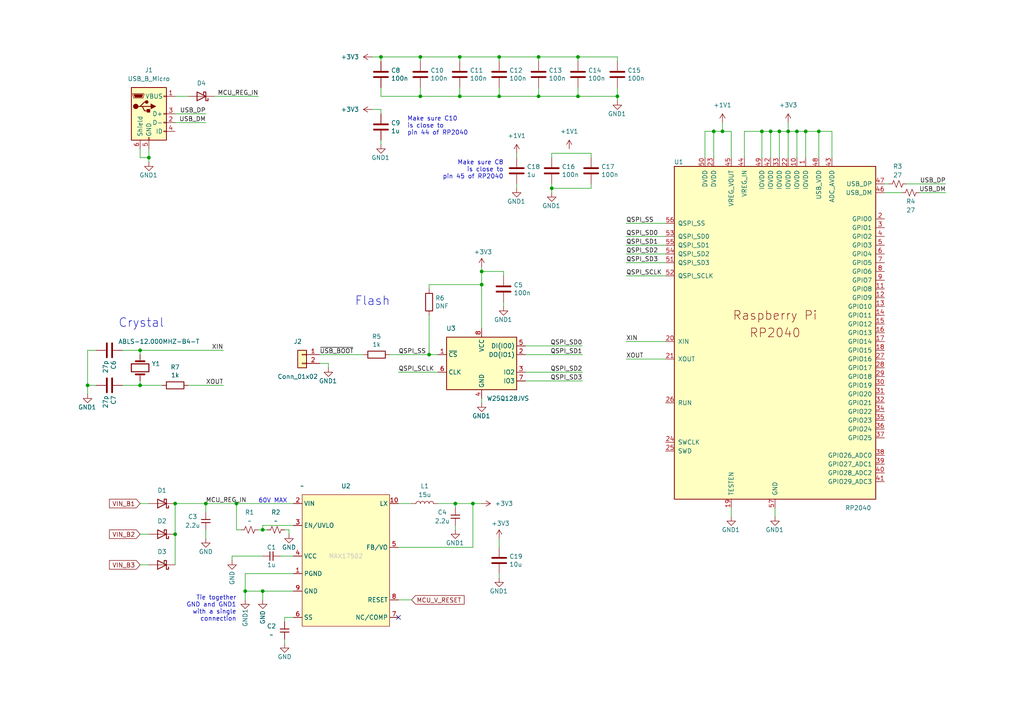
<source format=kicad_sch>
(kicad_sch (version 20230121) (generator eeschema)
  (paper "A4")
  (title_block (title "Bender 2024 Power Supply") (company "Boise State University") (comment 1 "GND  = Battery Ground") (comment 2 "GND1 = RP2040 Ground"))
  (lib_symbols
    (symbol "Connector:USB_B_Micro" (pin_names (offset 1.016))
      (property "Reference" "J" (at -5.08 11.43 0))
      (property "Value" "USB_B_Micro" (at -5.08 8.89 0))
      (symbol "USB_B_Micro_0_1"
        (rectangle (start -5.08 -7.62) (end 5.08 7.62) (stroke (width 0.254)) (fill (type background)))
        (circle (center -3.81 2.159) (radius 0.635) (stroke (width 0.254)) (fill (type outline)))
        (circle (center -0.635 3.429) (radius 0.381) (stroke (width 0.254)) (fill (type outline)))
        (rectangle (start -0.127 -7.62) (end 0.127 -6.858))
        (polyline (pts (xy -1.905 2.159) (xy 0.635 2.159)) (stroke (width 0.254)))
        (polyline (pts (xy -3.175 2.159) (xy -2.54 2.159) (xy -1.27 3.429) (xy -0.635 3.429)) (stroke (width 0.254)))
        (polyline (pts (xy -2.54 2.159) (xy -1.905 2.159) (xy -1.27 0.889) (xy 0 0.889)) (stroke (width 0.254)))
        (polyline (pts (xy 0.635 2.794) (xy 0.635 1.524) (xy 1.905 2.159) (xy 0.635 2.794)) (stroke (width 0.254)) (fill (type outline)))
        (polyline (pts (xy -4.318 5.588) (xy -1.778 5.588) (xy -2.032 4.826) (xy -4.064 4.826) (xy -4.318 5.588)) (fill (type outline)))
        (polyline (pts (xy -4.699 5.842) (xy -4.699 5.588) (xy -4.445 4.826) (xy -4.445 4.572) (xy -1.651 4.572) (xy -1.651 4.826) (xy -1.397 5.588) (xy -1.397 5.842) (xy -4.699 5.842)))
        (rectangle (start 0.254 1.27) (end -0.508 0.508) (stroke (width 0.254)) (fill (type outline)))
        (rectangle (start 5.08 -5.207) (end 4.318 -4.953))
        (rectangle (start 5.08 -2.667) (end 4.318 -2.413))
        (rectangle (start 5.08 -0.127) (end 4.318 0.127))
        (rectangle (start 5.08 4.953) (end 4.318 5.207))
      )
      (symbol "USB_B_Micro_1_1"
        (pin power_out line (at 7.62 5.08 180) (length 2.54) (name "VBUS") (number "1"))
        (pin bidirectional line (at 7.62 -2.54 180) (length 2.54) (name "D-") (number "2"))
        (pin bidirectional line (at 7.62 0 180) (length 2.54) (name "D+") (number "3"))
        (pin passive line (at 7.62 -5.08 180) (length 2.54) (name "ID") (number "4"))
        (pin power_out line (at 0 -10.16 90) (length 2.54) (name "GND") (number "5"))
        (pin passive line (at -2.54 -10.16 90) (length 2.54) (name "Shield") (number "6"))
      )
    )
    (symbol "Connector_Generic:Conn_01x02" (pin_names (offset 1.016) hide)
      (property "Reference" "J" (at 0 2.54 0))
      (property "Value" "Conn_01x02" (at 0 -5.08 0))
      (symbol "Conn_01x02_1_1"
        (rectangle (start -1.27 -2.413) (end 0 -2.667) (stroke (width 0.1524)))
        (rectangle (start -1.27 0.127) (end 0 -0.127) (stroke (width 0.1524)))
        (rectangle (start -1.27 1.27) (end 1.27 -3.81) (stroke (width 0.254)) (fill (type background)))
        (pin passive line (at -5.08 0 0) (length 3.81) (name "Pin_1") (number "1"))
        (pin passive line (at -5.08 -2.54 0) (length 3.81) (name "Pin_2") (number "2"))
      )
    )
    (symbol "Device:C" (pin_numbers hide) (pin_names (offset 0.254))
      (property "Reference" "C" (at 0.635 2.54 0))
      (property "Value" "C" (at 0.635 -2.54 0))
      (symbol "C_0_1"
        (polyline (pts (xy -2.032 -0.762) (xy 2.032 -0.762)) (stroke (width 0.508)))
        (polyline (pts (xy -2.032 0.762) (xy 2.032 0.762)) (stroke (width 0.508)))
      )
      (symbol "C_1_1"
        (pin passive line (at 0 3.81 270) (length 2.794) (name "~") (number "1"))
        (pin passive line (at 0 -3.81 90) (length 2.794) (name "~") (number "2"))
      )
    )
    (symbol "Device:Crystal" (pin_numbers hide) (pin_names (offset 1.016) hide)
      (property "Reference" "Y" (at 0 3.81 0))
      (property "Value" "Crystal" (at 0 -3.81 0))
      (symbol "Crystal_0_1"
        (rectangle (start -1.143 2.54) (end 1.143 -2.54) (stroke (width 0.3048)))
        (polyline (pts (xy -2.54 0) (xy -1.905 0)))
        (polyline (pts (xy -1.905 -1.27) (xy -1.905 1.27)) (stroke (width 0.508)))
        (polyline (pts (xy 1.905 -1.27) (xy 1.905 1.27)) (stroke (width 0.508)))
        (polyline (pts (xy 2.54 0) (xy 1.905 0)))
      )
      (symbol "Crystal_1_1"
        (pin passive line (at -3.81 0 0) (length 1.27) (name "1") (number "1"))
        (pin passive line (at 3.81 0 180) (length 1.27) (name "2") (number "2"))
      )
    )
    (symbol "Device:D_Schottky" (pin_numbers hide) (pin_names (offset 1.016) hide)
      (property "Reference" "D" (at 0 2.54 0))
      (property "Value" "D_Schottky" (at 0 -2.54 0))
      (symbol "D_Schottky_0_1"
        (polyline (pts (xy 1.27 0) (xy -1.27 0)))
        (polyline (pts (xy 1.27 1.27) (xy 1.27 -1.27) (xy -1.27 0) (xy 1.27 1.27)) (stroke (width 0.254)))
        (polyline (pts (xy -1.905 0.635) (xy -1.905 1.27) (xy -1.27 1.27) (xy -1.27 -1.27) (xy -0.635 -1.27) (xy -0.635 -0.635)) (stroke (width 0.254)))
      )
      (symbol "D_Schottky_1_1"
        (pin passive line (at -3.81 0 0) (length 2.54) (name "K") (number "1"))
        (pin passive line (at 3.81 0 180) (length 2.54) (name "A") (number "2"))
      )
    )
    (symbol "Device:L" (pin_numbers hide) (pin_names (offset 1.016) hide)
      (property "Reference" "L" (at -1.27 0 90))
      (property "Value" "L" (at 1.905 0 90))
      (symbol "L_0_1"
        (arc (start 0 -2.54) (mid 0.6323 -1.905) (end 0 -1.27))
        (arc (start 0 -1.27) (mid 0.6323 -0.635) (end 0 0))
        (arc (start 0 0) (mid 0.6323 0.635) (end 0 1.27))
        (arc (start 0 1.27) (mid 0.6323 1.905) (end 0 2.54))
      )
      (symbol "L_1_1"
        (pin passive line (at 0 3.81 270) (length 1.27) (name "1") (number "1"))
        (pin passive line (at 0 -3.81 90) (length 1.27) (name "2") (number "2"))
      )
    )
    (symbol "Device:R" (pin_numbers hide) (pin_names (offset 0))
      (property "Reference" "R" (at 2.032 0 90))
      (property "Value" "R" (at 0 0 90))
      (symbol "R_0_1"
        (rectangle (start -1.016 -2.54) (end 1.016 2.54) (stroke (width 0.254)))
      )
      (symbol "R_1_1"
        (pin passive line (at 0 3.81 270) (length 1.27) (name "~") (number "1"))
        (pin passive line (at 0 -3.81 90) (length 1.27) (name "~") (number "2"))
      )
    )
    (symbol "Device:R_Small_US" (pin_numbers hide) (pin_names (offset 0.254) hide)
      (property "Reference" "R" (at 0.762 0.508 0))
      (property "Value" "R_Small_US" (at 0.762 -1.016 0))
      (symbol "R_Small_US_1_1"
        (polyline (pts (xy 0 0) (xy 1.016 -0.381) (xy 0 -0.762) (xy -1.016 -1.143) (xy 0 -1.524)))
        (polyline (pts (xy 0 1.524) (xy 1.016 1.143) (xy 0 0.762) (xy -1.016 0.381) (xy 0 0)))
        (pin passive line (at 0 2.54 270) (length 1.016) (name "~") (number "1"))
        (pin passive line (at 0 -2.54 90) (length 1.016) (name "~") (number "2"))
      )
    )
    (symbol "MCU_RaspberryPi_RP2040:RP2040" (pin_names (offset 1.016))
      (property "Reference" "U" (at -29.21 49.53 0))
      (property "Value" "RP2040" (at 24.13 -49.53 0))
      (symbol "RP2040_0_0"
        (text "Raspberry Pi" (at 0 5.08 0) (effects (font (size 2.54 2.54))))
        (text "RP2040" (at 0 0 0) (effects (font (size 2.54 2.54))))
      )
      (symbol "RP2040_0_1"
        (rectangle (start 29.21 48.26) (end -29.21 -48.26) (stroke (width 0.254)) (fill (type background)))
      )
      (symbol "RP2040_1_1"
        (pin power_in line (at 8.89 50.8 270) (length 2.54) (name "IOVDD") (number "1"))
        (pin power_in line (at 6.35 50.8 270) (length 2.54) (name "IOVDD") (number "10"))
        (pin bidirectional line (at 31.75 12.7 180) (length 2.54) (name "GPIO8") (number "11"))
        (pin bidirectional line (at 31.75 10.16 180) (length 2.54) (name "GPIO9") (number "12"))
        (pin bidirectional line (at 31.75 7.62 180) (length 2.54) (name "GPIO10") (number "13"))
        (pin bidirectional line (at 31.75 5.08 180) (length 2.54) (name "GPIO11") (number "14"))
        (pin bidirectional line (at 31.75 2.54 180) (length 2.54) (name "GPIO12") (number "15"))
        (pin bidirectional line (at 31.75 0 180) (length 2.54) (name "GPIO13") (number "16"))
        (pin bidirectional line (at 31.75 -2.54 180) (length 2.54) (name "GPIO14") (number "17"))
        (pin bidirectional line (at 31.75 -5.08 180) (length 2.54) (name "GPIO15") (number "18"))
        (pin passive line (at -12.7 -50.8 90) (length 2.54) (name "TESTEN") (number "19"))
        (pin bidirectional line (at 31.75 33.02 180) (length 2.54) (name "GPIO0") (number "2"))
        (pin input line (at -31.75 -2.54 0) (length 2.54) (name "XIN") (number "20"))
        (pin passive line (at -31.75 -7.62 0) (length 2.54) (name "XOUT") (number "21"))
        (pin power_in line (at 3.81 50.8 270) (length 2.54) (name "IOVDD") (number "22"))
        (pin power_in line (at -17.78 50.8 270) (length 2.54) (name "DVDD") (number "23"))
        (pin output line (at -31.75 -31.75 0) (length 2.54) (name "SWCLK") (number "24"))
        (pin bidirectional line (at -31.75 -34.29 0) (length 2.54) (name "SWD") (number "25"))
        (pin input line (at -31.75 -20.32 0) (length 2.54) (name "RUN") (number "26"))
        (pin bidirectional line (at 31.75 -7.62 180) (length 2.54) (name "GPIO16") (number "27"))
        (pin bidirectional line (at 31.75 -10.16 180) (length 2.54) (name "GPIO17") (number "28"))
        (pin bidirectional line (at 31.75 -12.7 180) (length 2.54) (name "GPIO18") (number "29"))
        (pin bidirectional line (at 31.75 30.48 180) (length 2.54) (name "GPIO1") (number "3"))
        (pin bidirectional line (at 31.75 -15.24 180) (length 2.54) (name "GPIO19") (number "30"))
        (pin bidirectional line (at 31.75 -17.78 180) (length 2.54) (name "GPIO20") (number "31"))
        (pin bidirectional line (at 31.75 -20.32 180) (length 2.54) (name "GPIO21") (number "32"))
        (pin power_in line (at 1.27 50.8 270) (length 2.54) (name "IOVDD") (number "33"))
        (pin bidirectional line (at 31.75 -22.86 180) (length 2.54) (name "GPIO22") (number "34"))
        (pin bidirectional line (at 31.75 -25.4 180) (length 2.54) (name "GPIO23") (number "35"))
        (pin bidirectional line (at 31.75 -27.94 180) (length 2.54) (name "GPIO24") (number "36"))
        (pin bidirectional line (at 31.75 -30.48 180) (length 2.54) (name "GPIO25") (number "37"))
        (pin bidirectional line (at 31.75 -35.56 180) (length 2.54) (name "GPIO26_ADC0") (number "38"))
        (pin bidirectional line (at 31.75 -38.1 180) (length 2.54) (name "GPIO27_ADC1") (number "39"))
        (pin bidirectional line (at 31.75 27.94 180) (length 2.54) (name "GPIO2") (number "4"))
        (pin bidirectional line (at 31.75 -40.64 180) (length 2.54) (name "GPIO28_ADC2") (number "40"))
        (pin bidirectional line (at 31.75 -43.18 180) (length 2.54) (name "GPIO29_ADC3") (number "41"))
        (pin power_in line (at -1.27 50.8 270) (length 2.54) (name "IOVDD") (number "42"))
        (pin power_in line (at 16.51 50.8 270) (length 2.54) (name "ADC_AVDD") (number "43"))
        (pin power_in line (at -8.89 50.8 270) (length 2.54) (name "VREG_IN") (number "44"))
        (pin power_out line (at -12.7 50.8 270) (length 2.54) (name "VREG_VOUT") (number "45"))
        (pin bidirectional line (at 31.75 40.64 180) (length 2.54) (name "USB_DM") (number "46"))
        (pin bidirectional line (at 31.75 43.18 180) (length 2.54) (name "USB_DP") (number "47"))
        (pin power_in line (at 12.7 50.8 270) (length 2.54) (name "USB_VDD") (number "48"))
        (pin power_in line (at -3.81 50.8 270) (length 2.54) (name "IOVDD") (number "49"))
        (pin bidirectional line (at 31.75 25.4 180) (length 2.54) (name "GPIO3") (number "5"))
        (pin power_in line (at -20.32 50.8 270) (length 2.54) (name "DVDD") (number "50"))
        (pin bidirectional line (at -31.75 20.32 0) (length 2.54) (name "QSPI_SD3") (number "51"))
        (pin output line (at -31.75 16.51 0) (length 2.54) (name "QSPI_SCLK") (number "52"))
        (pin bidirectional line (at -31.75 27.94 0) (length 2.54) (name "QSPI_SD0") (number "53"))
        (pin bidirectional line (at -31.75 22.86 0) (length 2.54) (name "QSPI_SD2") (number "54"))
        (pin bidirectional line (at -31.75 25.4 0) (length 2.54) (name "QSPI_SD1") (number "55"))
        (pin bidirectional line (at -31.75 31.75 0) (length 2.54) (name "QSPI_SS") (number "56"))
        (pin power_in line (at 0 -50.8 90) (length 2.54) (name "GND") (number "57"))
        (pin bidirectional line (at 31.75 22.86 180) (length 2.54) (name "GPIO4") (number "6"))
        (pin bidirectional line (at 31.75 20.32 180) (length 2.54) (name "GPIO5") (number "7"))
        (pin bidirectional line (at 31.75 17.78 180) (length 2.54) (name "GPIO6") (number "8"))
        (pin bidirectional line (at 31.75 15.24 180) (length 2.54) (name "GPIO7") (number "9"))
      )
    )
    (symbol "Maxim:MAX17502_TDFN"
      (property "Reference" "U" (at 1.27 1.27 0))
      (symbol "MAX17502_TDFN_1_1"
        (rectangle (start 1.27 -1.27) (end 26.67 -39.37) (fill (type background)))
        (text "MAX17502" (at 13.97 -19.05 0) (effects (font (size 1.27 1.27))))
        (pin power_in line (at -1.27 -24.13 0) (length 2.54) (name "PGND") (number "1"))
        (pin bidirectional line (at 29.21 -3.81 180) (length 2.54) (name "LX") (number "10"))
        (pin power_in line (at -1.27 -3.81 0) (length 2.54) (name "VIN") (number "2"))
        (pin input line (at -1.27 -10.16 0) (length 2.54) (name "EN/UVLO") (number "3"))
        (pin power_in line (at -1.27 -19.05 0) (length 2.54) (name "VCC") (number "4"))
        (pin input line (at 29.21 -16.51 180) (length 2.54) (name "FB/VO") (number "5"))
        (pin input line (at -1.27 -36.83 0) (length 2.54) (name "SS") (number "6"))
        (pin input line (at 29.21 -36.83 180) (length 2.54) (name "NC/COMP") (number "7"))
        (pin output line (at 29.21 -31.75 180) (length 2.54) (name "RESET") (number "8"))
        (pin input line (at -1.27 -29.21 0) (length 2.54) (name "GND") (number "9"))
      )
    )
    (symbol "PCM_Generic-50:C,IEC" (pin_numbers hide) (pin_names (offset 0) hide)
      (property "Reference" "C" (at 1.27 1.27 0))
      (property "Value" "C,IEC" (at 1.27 -1.27 0))
      (property "Indicator" "+" (at -1.27 1.27 0))
      (symbol "C,IEC_1_1"
        (polyline (pts (xy -1.27 -0.4572) (xy 1.27 -0.4572)) (stroke (width 0.254)))
        (polyline (pts (xy -1.27 0.4572) (xy 1.27 0.4572)) (stroke (width 0.254)))
        (pin passive line (at 0 2.54 270) (length 2.0828) (name "+") (number "1"))
        (pin passive line (at 0 -2.54 90) (length 2.0828) (name "-") (number "2"))
      )
    )
    (symbol "RP2040_minimal-rescue:W25Q128JVS-Memory_Flash"
      (property "Reference" "U" (at -8.89 8.89 0))
      (property "Value" "Memory_Flash_W25Q128JVS" (at 7.62 8.89 0))
      (symbol "W25Q128JVS-Memory_Flash_0_1"
        (rectangle (start -10.16 7.62) (end 10.16 -7.62) (stroke (width 0.254)) (fill (type background)))
      )
      (symbol "W25Q128JVS-Memory_Flash_1_1"
        (pin input line (at -12.7 2.54 0) (length 2.54) (name "~{CS}") (number "1"))
        (pin bidirectional line (at 12.7 2.54 180) (length 2.54) (name "DO(IO1)") (number "2"))
        (pin bidirectional line (at 12.7 -2.54 180) (length 2.54) (name "IO2") (number "3"))
        (pin power_in line (at 0 -10.16 90) (length 2.54) (name "GND") (number "4"))
        (pin bidirectional line (at 12.7 5.08 180) (length 2.54) (name "DI(IO0)") (number "5"))
        (pin input line (at -12.7 -2.54 0) (length 2.54) (name "CLK") (number "6"))
        (pin bidirectional line (at 12.7 -5.08 180) (length 2.54) (name "IO3") (number "7"))
        (pin power_in line (at 0 10.16 270) (length 2.54) (name "VCC") (number "8"))
      )
    )
    (symbol "power:+1V1" (power) (pin_names (offset 0))
      (property "Value" "+1V1" (at 0 3.556 0))
      (symbol "+1V1_0_1"
        (polyline (pts (xy -0.762 1.27) (xy 0 2.54)))
        (polyline (pts (xy 0 0) (xy 0 2.54)))
        (polyline (pts (xy 0 2.54) (xy 0.762 1.27)))
      )
      (symbol "+1V1_1_1"
        (pin power_in line (at 0 0 90) (length 0) hide (name "+1V1") (number "1"))
      )
    )
    (symbol "power:+3V3" (power) (pin_names (offset 0))
      (property "Value" "+3V3" (at 0 3.556 0))
      (symbol "+3V3_0_1"
        (polyline (pts (xy -0.762 1.27) (xy 0 2.54)))
        (polyline (pts (xy 0 0) (xy 0 2.54)))
        (polyline (pts (xy 0 2.54) (xy 0.762 1.27)))
      )
      (symbol "+3V3_1_1"
        (pin power_in line (at 0 0 90) (length 0) hide (name "+3V3") (number "1"))
      )
    )
    (symbol "power:GND" (power) (pin_names (offset 0))
      (property "Value" "GND" (at 0 -3.81 0))
      (symbol "GND_0_1"
        (polyline (pts (xy 0 0) (xy 0 -1.27) (xy 1.27 -1.27) (xy 0 -2.54) (xy -1.27 -1.27) (xy 0 -1.27)))
      )
      (symbol "GND_1_1"
        (pin power_in line (at 0 0 270) (length 0) hide (name "GND") (number "1"))
      )
    )
    (symbol "power:GND1" (power) (pin_names (offset 0))
      (property "Value" "GND1" (at 0 -3.81 0))
      (symbol "GND1_0_1"
        (polyline (pts (xy 0 0) (xy 0 -1.27) (xy 1.27 -1.27) (xy 0 -2.54) (xy -1.27 -1.27) (xy 0 -1.27)))
      )
      (symbol "GND1_1_1"
        (pin power_in line (at 0 0 270) (length 0) hide (name "GND1") (number "1"))
      )
    )
  )
  (junction (at 144.78 27.94))
  (junction (at 68.58 146.05))
  (junction (at 121.92 16.51))
  (junction (at 133.35 16.51))
  (junction (at 231.14 38.1))
  (junction (at 156.21 27.94))
  (junction (at 25.4 111.76))
  (junction (at 50.8 154.94))
  (junction (at 76.2 153.67))
  (junction (at 110.49 16.51))
  (junction (at 220.98 38.1))
  (junction (at 124.46 102.87))
  (junction (at 59.69 146.05))
  (junction (at 167.64 16.51))
  (junction (at 226.06 38.1))
  (junction (at 71.12 171.45))
  (junction (at 40.64 101.6))
  (junction (at 223.52 38.1))
  (junction (at 50.8 146.05))
  (junction (at 133.35 27.94))
  (junction (at 121.92 27.94))
  (junction (at 139.7 78.74))
  (junction (at 160.02 54.61))
  (junction (at 237.49 38.1))
  (junction (at 40.64 111.76))
  (junction (at 137.16 146.05))
  (junction (at 233.68 38.1))
  (junction (at 179.07 27.94))
  (junction (at 207.01 38.1))
  (junction (at 76.2 171.45))
  (junction (at 139.7 82.55))
  (junction (at 167.64 27.94))
  (junction (at 144.78 16.51))
  (junction (at 209.55 38.1))
  (junction (at 156.21 16.51))
  (junction (at 228.6 38.1))
  (junction (at 132.08 146.05))
  (junction (at 43.18 45.72))
  (no_connect (at 115.57 179.07))
  (wire (pts (xy 226.06 38.1) (xy 223.52 38.1)))
  (wire (pts (xy 59.69 146.05) (xy 59.69 148.59)))
  (wire (pts (xy 160.02 54.61) (xy 171.45 54.61)))
  (wire (pts (xy 167.64 27.94) (xy 156.21 27.94)))
  (wire (pts (xy 67.31 161.29) (xy 76.2 161.29)))
  (wire (pts (xy 107.95 16.51) (xy 110.49 16.51)))
  (wire (pts (xy 181.61 73.66) (xy 193.04 73.66)))
  (wire (pts (xy 181.61 104.14) (xy 193.04 104.14)))
  (wire (pts (xy 35.56 101.6) (xy 40.64 101.6)))
  (wire (pts (xy 181.61 99.06) (xy 193.04 99.06)))
  (wire (pts (xy 241.3 38.1) (xy 241.3 45.72)))
  (wire (pts (xy 76.2 153.67) (xy 77.47 153.67)))
  (wire (pts (xy 228.6 38.1) (xy 231.14 38.1)))
  (wire (pts (xy 226.06 38.1) (xy 226.06 45.72)))
  (wire (pts (xy 144.78 27.94) (xy 133.35 27.94)))
  (wire (pts (xy 82.55 153.67) (xy 83.82 153.67)))
  (wire (pts (xy 110.49 40.64) (xy 110.49 41.91)))
  (wire (pts (xy 115.57 107.95) (xy 127 107.95)))
  (wire (pts (xy 204.47 38.1) (xy 204.47 45.72)))
  (wire (pts (xy 132.08 152.4) (xy 132.08 153.67)))
  (wire (pts (xy 76.2 171.45) (xy 85.09 171.45)))
  (wire (pts (xy 139.7 78.74) (xy 139.7 82.55)))
  (wire (pts (xy 156.21 25.4) (xy 156.21 27.94)))
  (wire (pts (xy 146.05 78.74) (xy 139.7 78.74)))
  (wire (pts (xy 220.98 38.1) (xy 215.9 38.1)))
  (wire (pts (xy 92.71 105.41) (xy 95.25 105.41)))
  (wire (pts (xy 50.8 33.02) (xy 59.69 33.02)))
  (wire (pts (xy 95.25 105.41) (xy 95.25 106.68)))
  (wire (pts (xy 110.49 33.02) (xy 110.49 31.75)))
  (wire (pts (xy 124.46 83.82) (xy 124.46 82.55)))
  (wire (pts (xy 40.64 45.72) (xy 43.18 45.72)))
  (wire (pts (xy 137.16 146.05) (xy 139.7 146.05)))
  (wire (pts (xy 261.62 55.88) (xy 256.54 55.88)))
  (wire (pts (xy 69.85 153.67) (xy 68.58 153.67)))
  (wire (pts (xy 167.64 17.78) (xy 167.64 16.51)))
  (wire (pts (xy 146.05 87.63) (xy 146.05 88.9)))
  (wire (pts (xy 212.09 147.32) (xy 212.09 149.86)))
  (wire (pts (xy 59.69 153.67) (xy 59.69 156.21)))
  (wire (pts (xy 82.55 179.07) (xy 82.55 180.34)))
  (wire (pts (xy 105.41 102.87) (xy 92.71 102.87)))
  (wire (pts (xy 237.49 38.1) (xy 241.3 38.1)))
  (wire (pts (xy 68.58 153.67) (xy 68.58 146.05)))
  (wire (pts (xy 71.12 166.37) (xy 85.09 166.37)))
  (wire (pts (xy 237.49 38.1) (xy 237.49 45.72)))
  (wire (pts (xy 110.49 16.51) (xy 121.92 16.51)))
  (wire (pts (xy 179.07 17.78) (xy 179.07 16.51)))
  (wire (pts (xy 50.8 35.56) (xy 59.69 35.56)))
  (wire (pts (xy 139.7 77.47) (xy 139.7 78.74)))
  (wire (pts (xy 71.12 171.45) (xy 76.2 171.45)))
  (wire (pts (xy 110.49 17.78) (xy 110.49 16.51)))
  (wire (pts (xy 160.02 53.34) (xy 160.02 54.61)))
  (wire (pts (xy 43.18 45.72) (xy 43.18 46.99)))
  (wire (pts (xy 156.21 17.78) (xy 156.21 16.51)))
  (wire (pts (xy 124.46 91.44) (xy 124.46 102.87)))
  (wire (pts (xy 107.95 31.75) (xy 110.49 31.75)))
  (wire (pts (xy 231.14 38.1) (xy 231.14 45.72)))
  (wire (pts (xy 68.58 146.05) (xy 85.09 146.05)))
  (wire (pts (xy 40.64 146.05) (xy 43.18 146.05)))
  (wire (pts (xy 209.55 35.56) (xy 209.55 38.1)))
  (wire (pts (xy 179.07 27.94) (xy 179.07 29.21)))
  (wire (pts (xy 181.61 76.2) (xy 193.04 76.2)))
  (wire (pts (xy 181.61 64.77) (xy 193.04 64.77)))
  (wire (pts (xy 257.81 53.34) (xy 256.54 53.34)))
  (wire (pts (xy 144.78 166.37) (xy 144.78 167.64)))
  (wire (pts (xy 156.21 16.51) (xy 167.64 16.51)))
  (wire (pts (xy 27.94 101.6) (xy 25.4 101.6)))
  (wire (pts (xy 156.21 27.94) (xy 144.78 27.94)))
  (wire (pts (xy 152.4 107.95) (xy 168.91 107.95)))
  (wire (pts (xy 262.89 53.34) (xy 274.32 53.34)))
  (wire (pts (xy 171.45 54.61) (xy 171.45 53.34)))
  (wire (pts (xy 121.92 25.4) (xy 121.92 27.94)))
  (wire (pts (xy 160.02 54.61) (xy 160.02 55.88)))
  (wire (pts (xy 212.09 38.1) (xy 209.55 38.1)))
  (wire (pts (xy 223.52 38.1) (xy 220.98 38.1)))
  (wire (pts (xy 40.64 43.18) (xy 40.64 45.72)))
  (wire (pts (xy 215.9 38.1) (xy 215.9 45.72)))
  (wire (pts (xy 82.55 179.07) (xy 85.09 179.07)))
  (wire (pts (xy 76.2 173.99) (xy 76.2 171.45)))
  (wire (pts (xy 152.4 102.87) (xy 168.91 102.87)))
  (wire (pts (xy 228.6 35.56) (xy 228.6 38.1)))
  (wire (pts (xy 220.98 38.1) (xy 220.98 45.72)))
  (wire (pts (xy 121.92 16.51) (xy 133.35 16.51)))
  (wire (pts (xy 212.09 45.72) (xy 212.09 38.1)))
  (wire (pts (xy 144.78 17.78) (xy 144.78 16.51)))
  (wire (pts (xy 40.64 101.6) (xy 64.77 101.6)))
  (wire (pts (xy 231.14 38.1) (xy 233.68 38.1)))
  (wire (pts (xy 110.49 25.4) (xy 110.49 27.94)))
  (wire (pts (xy 27.94 111.76) (xy 25.4 111.76)))
  (wire (pts (xy 83.82 153.67) (xy 83.82 154.94)))
  (wire (pts (xy 133.35 27.94) (xy 121.92 27.94)))
  (wire (pts (xy 149.86 53.34) (xy 149.86 54.61)))
  (wire (pts (xy 25.4 101.6) (xy 25.4 111.76)))
  (wire (pts (xy 113.03 102.87) (xy 124.46 102.87)))
  (wire (pts (xy 71.12 173.99) (xy 71.12 171.45)))
  (wire (pts (xy 144.78 16.51) (xy 156.21 16.51)))
  (wire (pts (xy 181.61 80.01) (xy 193.04 80.01)))
  (wire (pts (xy 144.78 25.4) (xy 144.78 27.94)))
  (wire (pts (xy 67.31 162.56) (xy 67.31 161.29)))
  (wire (pts (xy 115.57 146.05) (xy 119.38 146.05)))
  (wire (pts (xy 146.05 80.01) (xy 146.05 78.74)))
  (wire (pts (xy 181.61 68.58) (xy 193.04 68.58)))
  (wire (pts (xy 167.64 27.94) (xy 179.07 27.94)))
  (wire (pts (xy 171.45 45.72) (xy 171.45 44.45)))
  (wire (pts (xy 132.08 146.05) (xy 137.16 146.05)))
  (wire (pts (xy 40.64 110.49) (xy 40.64 111.76)))
  (wire (pts (xy 74.93 153.67) (xy 76.2 153.67)))
  (wire (pts (xy 62.23 27.94) (xy 74.93 27.94)))
  (wire (pts (xy 124.46 82.55) (xy 139.7 82.55)))
  (wire (pts (xy 152.4 110.49) (xy 168.91 110.49)))
  (wire (pts (xy 40.64 163.83) (xy 43.18 163.83)))
  (wire (pts (xy 115.57 173.99) (xy 119.38 173.99)))
  (wire (pts (xy 228.6 38.1) (xy 226.06 38.1)))
  (wire (pts (xy 144.78 156.21) (xy 144.78 158.75)))
  (wire (pts (xy 209.55 38.1) (xy 207.01 38.1)))
  (wire (pts (xy 167.64 25.4) (xy 167.64 27.94)))
  (wire (pts (xy 181.61 71.12) (xy 193.04 71.12)))
  (wire (pts (xy 81.28 161.29) (xy 85.09 161.29)))
  (wire (pts (xy 127 146.05) (xy 132.08 146.05)))
  (wire (pts (xy 43.18 43.18) (xy 43.18 45.72)))
  (wire (pts (xy 167.64 16.51) (xy 179.07 16.51)))
  (wire (pts (xy 59.69 146.05) (xy 68.58 146.05)))
  (wire (pts (xy 207.01 38.1) (xy 204.47 38.1)))
  (wire (pts (xy 50.8 154.94) (xy 50.8 163.83)))
  (wire (pts (xy 40.64 111.76) (xy 46.99 111.76)))
  (wire (pts (xy 71.12 171.45) (xy 71.12 166.37)))
  (wire (pts (xy 132.08 146.05) (xy 132.08 147.32)))
  (wire (pts (xy 160.02 44.45) (xy 171.45 44.45)))
  (wire (pts (xy 54.61 111.76) (xy 64.77 111.76)))
  (wire (pts (xy 35.56 111.76) (xy 40.64 111.76)))
  (wire (pts (xy 233.68 38.1) (xy 233.68 45.72)))
  (wire (pts (xy 40.64 102.87) (xy 40.64 101.6)))
  (wire (pts (xy 133.35 17.78) (xy 133.35 16.51)))
  (wire (pts (xy 233.68 38.1) (xy 237.49 38.1)))
  (wire (pts (xy 149.86 45.72) (xy 149.86 44.45)))
  (wire (pts (xy 179.07 25.4) (xy 179.07 27.94)))
  (wire (pts (xy 76.2 152.4) (xy 85.09 152.4)))
  (wire (pts (xy 133.35 25.4) (xy 133.35 27.94)))
  (wire (pts (xy 207.01 38.1) (xy 207.01 45.72)))
  (wire (pts (xy 115.57 158.75) (xy 137.16 158.75)))
  (wire (pts (xy 76.2 153.67) (xy 76.2 152.4)))
  (wire (pts (xy 124.46 102.87) (xy 127 102.87)))
  (wire (pts (xy 223.52 38.1) (xy 223.52 45.72)))
  (wire (pts (xy 139.7 82.55) (xy 139.7 95.25)))
  (wire (pts (xy 160.02 45.72) (xy 160.02 44.45)))
  (wire (pts (xy 82.55 185.42) (xy 82.55 186.69)))
  (wire (pts (xy 50.8 27.94) (xy 54.61 27.94)))
  (wire (pts (xy 224.79 147.32) (xy 224.79 149.86)))
  (wire (pts (xy 137.16 146.05) (xy 137.16 158.75)))
  (wire (pts (xy 152.4 100.33) (xy 168.91 100.33)))
  (wire (pts (xy 121.92 17.78) (xy 121.92 16.51)))
  (wire (pts (xy 228.6 38.1) (xy 228.6 45.72)))
  (wire (pts (xy 40.64 154.94) (xy 43.18 154.94)))
  (wire (pts (xy 50.8 146.05) (xy 59.69 146.05)))
  (wire (pts (xy 139.7 115.57) (xy 139.7 116.84)))
  (wire (pts (xy 25.4 111.76) (xy 25.4 114.3)))
  (wire (pts (xy 50.8 154.94) (xy 50.8 146.05)))
  (wire (pts (xy 121.92 27.94) (xy 110.49 27.94)))
  (wire (pts (xy 133.35 16.51) (xy 144.78 16.51)))
  (wire (pts (xy 266.7 55.88) (xy 274.32 55.88)))
  (text "Tie together\nGND and GND1\nwith a single\nconnection" (at 68.58 180.34 0) (effects (font (size 1.27 1.27)) (justify right bottom)))
  (text "60V MAX" (at 74.93 146.05 0) (effects (font (size 1.27 1.27)) (justify left bottom)))
  (text "Flash" (at 102.87 88.9 0) (effects (font (size 2.54 2.54)) (justify left bottom)))
  (text "Crystal" (at 34.29 95.25 0) (effects (font (size 2.54 2.54)) (justify left bottom)))
  (text "Make sure C8\nis close to\npin 45 of RP2040" (at 146.05 52.07 0) (effects (font (size 1.27 1.27)) (justify right bottom)))
  (text "Make sure C10\nis close to\npin 44 of RP2040" (at 118.11 39.37 0) (effects (font (size 1.27 1.27)) (justify left bottom)))
  (label "XOUT" (at 64.77 111.76 180))
  (label "MCU_REG_IN" (at 74.93 27.94 180))
  (label "QSPI_SCLK" (at 181.61 80.01 0))
  (label "QSPI_SD2" (at 168.91 107.95 180))
  (label "QSPI_SD1" (at 181.61 71.12 0))
  (label "QSPI_SD1" (at 168.91 102.87 180))
  (label "QSPI_SD0" (at 181.61 68.58 0))
  (label "USB_DP" (at 274.32 53.34 180))
  (label "USB_DM" (at 59.69 35.56 180))
  (label "MCU_REG_IN" (at 59.69 146.05 0))
  (label "QSPI_SD3" (at 168.91 110.49 180))
  (label "USB_DM" (at 274.32 55.88 180))
  (label "QSPI_SD3" (at 181.61 76.2 0))
  (label "QSPI_SD2" (at 181.61 73.66 0))
  (label "XIN" (at 64.77 101.6 180))
  (label "QSPI_SD0" (at 168.91 100.33 180))
  (label "XIN" (at 181.61 99.06 0))
  (label "XOUT" (at 181.61 104.14 0))
  (label "QSPI_SS" (at 181.61 64.77 0))
  (label "QSPI_SCLK" (at 115.57 107.95 0))
  (label "~{USB_BOOT}" (at 92.71 102.87 0))
  (label "QSPI_SS" (at 115.57 102.87 0))
  (label "USB_DP" (at 59.69 33.02 180))
  (global_label "MCU_V_RESET" (shape input) (at 119.38 173.99 0) (property "Intersheetrefs" "${INTERSHEET_REFS}" (effects hide)))
  (global_label "VIN_B2" (shape input) (at 40.64 154.94 180) (property "Intersheetrefs" "${INTERSHEET_REFS}" (effects hide)))
  (global_label "VIN_B3" (shape input) (at 40.64 163.83 180) (property "Intersheetrefs" "${INTERSHEET_REFS}" (effects hide)))
  (global_label "VIN_B1" (shape input) (at 40.64 146.05 180) (property "Intersheetrefs" "${INTERSHEET_REFS}" (effects hide)))
  (symbol (lib_id "Device:C") (at 144.78 162.56 0) (unit 1)
    (property "Reference" "C19" (at 147.701 161.3916 0) (effects (justify left)))
    (property "Value" "10u" (at 147.701 163.703 0) (effects (justify left)))
    (property "Footprint" "Capacitor_SMD:C_0805_2012Metric" (effects hide))
  )
  (symbol (lib_id "Connector:USB_B_Micro") (at 43.18 33.02 0) (unit 1)
    (property "Reference" "J1" (at 43.18 20.32 0))
    (property "Value" "USB_B_Micro" (at 43.18 22.86 0))
    (property "Footprint" "Connector_USB:USB_Micro-B_Wuerth_629105150521_CircularHoles" (effects hide))
  )
  (symbol (lib_id "Device:R") (at 109.22 102.87 270) (unit 1)
    (property "Reference" "R5" (at 109.22 97.6122 90))
    (property "Value" "1k" (at 109.22 99.9236 90))
    (property "Footprint" "Capacitor_SMD:C_0402_1005Metric" (effects hide))
  )
  (symbol (lib_id "RP2040_minimal-rescue:W25Q128JVS-Memory_Flash") (at 139.7 105.41 0) (unit 1)
    (property "Reference" "U3" (at 130.81 95.25 0))
    (property "Value" "W25Q128JVS" (at 147.32 115.57 0))
    (property "Footprint" "Package_SO:SOIC-8_5.23x5.23mm_P1.27mm" (effects hide))
    (property "Datasheet" "http://www.winbond.com/resource-files/w25q128jv_dtr%20revc%2003272018%20plus.pdf" (effects hide))
  )
  (symbol (lib_id "power:GND1") (at 71.12 173.99 0) (unit 1)
    (property "Reference" "#PWR02" (effects hide))
    (property "Value" "GND1" (at 71.12 176.53 90) (effects (justify right)))
  )
  (symbol (lib_id "power:GND") (at 83.82 154.94 0) (unit 1)
    (property "Reference" "#PWR01" (effects hide))
    (property "Value" "GND" (at 83.82 158.75 0))
  )
  (symbol (lib_id "PCM_Generic-50:C,IEC") (at 82.55 182.88 180) (unit 1)
    (property "Reference" "C2" (at 78.74 181.61 0))
    (property "Value" "~" (at 78.74 184.15 0))
    (property "Indicator" "+" (effects hide))
  )
  (symbol (lib_id "power:GND") (at 59.69 156.21 0) (unit 1)
    (property "Reference" "#PWR06" (effects hide))
    (property "Value" "GND" (at 59.69 160.02 0))
  )
  (symbol (lib_id "power:GND1") (at 212.09 149.86 0) (unit 1)
    (property "Reference" "#PWR09" (effects hide))
    (property "Value" "GND1" (at 214.63 153.67 0) (effects (justify right)))
  )
  (symbol (lib_id "power:GND1") (at 43.18 46.99 0) (unit 1)
    (property "Reference" "#PWR028" (effects hide))
    (property "Value" "GND1" (at 45.72 50.8 0) (effects (justify right)))
  )
  (symbol (lib_id "Device:C") (at 31.75 111.76 270) (unit 1)
    (property "Reference" "C7" (at 32.9184 114.681 0) (effects (justify left)))
    (property "Value" "27p" (at 30.607 114.681 0) (effects (justify left)))
    (property "Footprint" "Capacitor_SMD:C_0402_1005Metric" (effects hide))
  )
  (symbol (lib_id "power:GND1") (at 110.49 41.91 0) (unit 1)
    (property "Reference" "#PWR012" (effects hide))
    (property "Value" "GND1" (at 113.03 45.72 0) (effects (justify right)))
  )
  (symbol (lib_id "power:+3V3") (at 228.6 35.56 0) (unit 1)
    (property "Reference" "#PWR011" (effects hide))
    (property "Value" "+3V3" (at 228.6 30.48 0))
  )
  (symbol (lib_id "PCM_Generic-50:C,IEC") (at 59.69 151.13 180) (unit 1)
    (property "Reference" "C3" (at 55.88 149.86 0))
    (property "Value" "2.2u" (at 55.88 152.4 0))
    (property "Footprint" "Capacitor_SMD:C_1210_3225Metric" (effects hide))
    (property "Indicator" "+" (effects hide))
  )
  (symbol (lib_id "power:+1V1") (at 209.55 35.56 0) (unit 1)
    (property "Reference" "#PWR019" (effects hide))
    (property "Value" "+1V1" (at 209.55 30.48 0))
  )
  (symbol (lib_id "power:GND1") (at 149.86 54.61 0) (unit 1)
    (property "Reference" "#PWR014" (effects hide))
    (property "Value" "GND1" (at 152.4 58.42 0) (effects (justify right)))
  )
  (symbol (lib_id "Device:C") (at 156.21 21.59 0) (unit 1)
    (property "Reference" "C13" (at 159.131 20.4216 0) (effects (justify left)))
    (property "Value" "100n" (at 159.131 22.733 0) (effects (justify left)))
    (property "Footprint" "Capacitor_SMD:C_0402_1005Metric" (effects hide))
  )
  (symbol (lib_id "power:+1V1") (at 165.1 43.18 0) (unit 1)
    (property "Reference" "#PWR024" (effects hide))
    (property "Value" "+1V1" (at 165.1 38.1 0))
  )
  (symbol (lib_id "power:+3V3") (at 107.95 16.51 90) (unit 1)
    (property "Reference" "#PWR020" (effects hide))
    (property "Value" "+3V3" (at 104.14 16.51 90) (effects (justify left)))
  )
  (symbol (lib_id "Connector_Generic:Conn_01x02") (at 87.63 102.87 0) (mirror y) (unit 1)
    (property "Reference" "J2" (at 86.36 99.06 0))
    (property "Value" "Conn_01x02" (at 86.36 109.22 0))
    (property "Footprint" "Connector_PinHeader_2.54mm:PinHeader_1x02_P2.54mm_Vertical" (effects hide))
  )
  (symbol (lib_id "Device:R_Small_US") (at 264.16 55.88 270) (unit 1)
    (property "Reference" "R4" (at 264.16 58.42 90))
    (property "Value" "27" (at 264.16 60.96 90))
  )
  (symbol (lib_id "power:+3V3") (at 107.95 31.75 90) (unit 1)
    (property "Reference" "#PWR021" (effects hide))
    (property "Value" "+3V3" (at 104.14 31.75 90) (effects (justify left)))
  )
  (symbol (lib_id "power:+3V3") (at 139.7 77.47 0) (unit 1)
    (property "Reference" "#PWR013" (effects hide))
    (property "Value" "+3V3" (at 140.081 73.0758 0))
  )
  (symbol (lib_id "power:GND") (at 76.2 173.99 0) (unit 1)
    (property "Reference" "#PWR04" (effects hide))
    (property "Value" "GND" (at 76.2 179.07 90))
  )
  (symbol (lib_id "Device:C") (at 179.07 21.59 0) (unit 1)
    (property "Reference" "C15" (at 181.991 20.4216 0) (effects (justify left)))
    (property "Value" "100n" (at 181.991 22.733 0) (effects (justify left)))
    (property "Footprint" "Capacitor_SMD:C_0402_1005Metric" (effects hide))
  )
  (symbol (lib_id "PCM_Generic-50:C,IEC") (at 78.74 161.29 90) (unit 1)
    (property "Reference" "C1" (at 78.74 158.75 90))
    (property "Value" "1u" (at 78.74 163.83 90))
    (property "Indicator" "+" (effects hide))
  )
  (symbol (lib_id "power:+3V3") (at 144.78 156.21 0) (unit 1)
    (property "Reference" "#PWR026" (effects hide))
    (property "Value" "+3V3" (at 145.161 151.8158 0))
  )
  (symbol (lib_id "Device:Crystal") (at 40.64 106.68 270) (unit 1)
    (property "Reference" "Y1" (at 43.9674 105.5116 90) (effects (justify left)))
    (property "Value" "ABLS-12.000MHZ-B4-T" (at 34.29 99.06 90) (effects (justify left)))
    (property "Footprint" "Crystal:Crystal_SMD_Abracon_ABM8G-4Pin_3.2x2.5mm" (effects hide))
  )
  (symbol (lib_id "Device:C") (at 160.02 49.53 0) (unit 1)
    (property "Reference" "C16" (at 162.941 48.3616 0) (effects (justify left)))
    (property "Value" "100n" (at 162.941 50.673 0) (effects (justify left)))
    (property "Footprint" "Capacitor_SMD:C_0402_1005Metric" (effects hide))
  )
  (symbol (lib_id "Maxim:MAX17502_TDFN") (at 86.36 142.24 0) (unit 1)
    (property "Reference" "U2" (at 100.33 140.97 0))
    (property "Value" "~" (at 87.63 140.97 0))
    (property "Footprint" "Maxim:TDFN" (effects hide))
    (property "Datasheet" "https://www.mouser.com/datasheet/2/609/MAX17502-3127377.pdf" (effects hide))
  )
  (symbol (lib_id "power:GND1") (at 224.79 149.86 0) (unit 1)
    (property "Reference" "#PWR08" (effects hide))
    (property "Value" "GND1" (at 227.33 153.67 0) (effects (justify right)))
  )
  (symbol (lib_id "power:GND") (at 67.31 162.56 0) (unit 1)
    (property "Reference" "#PWR03" (effects hide))
    (property "Value" "GND" (at 67.31 167.64 90))
  )
  (symbol (lib_id "Device:R_Small_US") (at 72.39 153.67 90) (unit 1)
    (property "Reference" "R1" (at 72.39 148.59 90))
    (property "Value" "~" (at 72.39 151.13 90))
  )
  (symbol (lib_id "power:+3V3") (at 139.7 146.05 270) (unit 1)
    (property "Reference" "#PWR010" (effects hide))
    (property "Value" "+3V3" (at 143.51 146.05 90) (effects (justify left)))
  )
  (symbol (lib_id "Device:C") (at 121.92 21.59 0) (unit 1)
    (property "Reference" "C10" (at 124.841 20.4216 0) (effects (justify left)))
    (property "Value" "100n" (at 124.841 22.733 0) (effects (justify left)))
    (property "Footprint" "Capacitor_SMD:C_0402_1005Metric" (effects hide))
  )
  (symbol (lib_id "Device:R") (at 50.8 111.76 270) (unit 1)
    (property "Reference" "R7" (at 50.8 106.5022 90))
    (property "Value" "1k" (at 50.8 108.8136 90))
    (property "Footprint" "Capacitor_SMD:C_0402_1005Metric" (effects hide))
  )
  (symbol (lib_id "Device:C") (at 171.45 49.53 0) (unit 1)
    (property "Reference" "C17" (at 174.371 48.3616 0) (effects (justify left)))
    (property "Value" "100n" (at 174.371 50.673 0) (effects (justify left)))
    (property "Footprint" "Capacitor_SMD:C_0402_1005Metric" (effects hide))
  )
  (symbol (lib_id "PCM_Generic-50:C,IEC") (at 132.08 149.86 180) (unit 1)
    (property "Reference" "C4" (at 128.27 148.59 0))
    (property "Value" "2.2u" (at 128.27 151.13 0))
    (property "Footprint" "Capacitor_SMD:C_1210_3225Metric" (effects hide))
    (property "Indicator" "+" (effects hide))
  )
  (symbol (lib_id "power:GND1") (at 144.78 167.64 0) (unit 1)
    (property "Reference" "#PWR027" (effects hide))
    (property "Value" "GND1" (at 147.32 171.45 0) (effects (justify right)))
  )
  (symbol (lib_id "power:GND1") (at 25.4 114.3 0) (unit 1)
    (property "Reference" "#PWR017" (effects hide))
    (property "Value" "GND1" (at 27.94 118.11 0) (effects (justify right)))
  )
  (symbol (lib_id "Device:D_Schottky") (at 58.42 27.94 180) (unit 1)
    (property "Reference" "D4" (at 58.42 24.13 0))
    (property "Value" "PMEG10030ELPX" (effects hide))
    (property "Footprint" "Diode_SMD:D_SOD-128" (effects hide))
    (property "Datasheet" "https://www.mouser.com/datasheet/2/916/PMEG10030ELP-2938484.pdf" (effects hide))
  )
  (symbol (lib_id "Device:C") (at 110.49 36.83 0) (unit 1)
    (property "Reference" "C9" (at 113.411 35.6616 0) (effects (justify left)))
    (property "Value" "1u" (at 113.411 37.973 0) (effects (justify left)))
    (property "Footprint" "Capacitor_SMD:C_0402_1005Metric" (effects hide))
  )
  (symbol (lib_id "Device:C") (at 149.86 49.53 0) (unit 1)
    (property "Reference" "C18" (at 152.781 48.3616 0) (effects (justify left)))
    (property "Value" "1u" (at 152.781 50.673 0) (effects (justify left)))
    (property "Footprint" "Capacitor_SMD:C_0402_1005Metric" (effects hide))
  )
  (symbol (lib_id "Device:R") (at 124.46 87.63 0) (unit 1)
    (property "Reference" "R6" (at 126.238 86.4616 0) (effects (justify left)))
    (property "Value" "DNF" (at 126.238 88.773 0) (effects (justify left)))
    (property "Footprint" "Capacitor_SMD:C_0402_1005Metric" (effects hide))
  )
  (symbol (lib_id "Device:R_Small_US") (at 260.35 53.34 270) (unit 1)
    (property "Reference" "R3" (at 260.35 48.26 90))
    (property "Value" "27" (at 260.35 50.8 90))
  )
  (symbol (lib_id "Device:C") (at 167.64 21.59 0) (unit 1)
    (property "Reference" "C14" (at 170.561 20.4216 0) (effects (justify left)))
    (property "Value" "100n" (at 170.561 22.733 0) (effects (justify left)))
    (property "Footprint" "Capacitor_SMD:C_0402_1005Metric" (effects hide))
  )
  (symbol (lib_id "Device:D_Schottky") (at 46.99 154.94 180) (unit 1)
    (property "Reference" "D2" (at 46.99 151.13 0))
    (property "Value" "PMEG10030ELPX" (effects hide))
    (property "Footprint" "Diode_SMD:D_SOD-128" (effects hide))
    (property "Datasheet" "https://www.mouser.com/datasheet/2/916/PMEG10030ELP-2938484.pdf" (effects hide))
  )
  (symbol (lib_id "Device:C") (at 110.49 21.59 0) (unit 1)
    (property "Reference" "C8" (at 113.411 20.4216 0) (effects (justify left)))
    (property "Value" "100n" (at 113.411 22.733 0) (effects (justify left)))
    (property "Footprint" "Capacitor_SMD:C_0402_1005Metric" (effects hide))
  )
  (symbol (lib_id "power:GND1") (at 146.05 88.9 0) (unit 1)
    (property "Reference" "#PWR022" (effects hide))
    (property "Value" "GND1" (at 148.59 92.71 0) (effects (justify right)))
  )
  (symbol (lib_id "Device:D_Schottky") (at 46.99 146.05 180) (unit 1)
    (property "Reference" "D1" (at 46.99 142.24 0))
    (property "Value" "PMEG10030ELPX" (effects hide))
    (property "Footprint" "Diode_SMD:D_SOD-128" (effects hide))
    (property "Datasheet" "https://www.mouser.com/datasheet/2/916/PMEG10030ELP-2938484.pdf" (effects hide))
  )
  (symbol (lib_id "Device:C") (at 133.35 21.59 0) (unit 1)
    (property "Reference" "C11" (at 136.271 20.4216 0) (effects (justify left)))
    (property "Value" "100n" (at 136.271 22.733 0) (effects (justify left)))
    (property "Footprint" "Capacitor_SMD:C_0402_1005Metric" (effects hide))
  )
  (symbol (lib_id "power:+1V1") (at 149.86 44.45 0) (unit 1)
    (property "Reference" "#PWR025" (effects hide))
    (property "Value" "+1V1" (at 149.86 39.37 0))
  )
  (symbol (lib_id "power:GND1") (at 132.08 153.67 0) (unit 1)
    (property "Reference" "#PWR07" (effects hide))
    (property "Value" "GND1" (at 134.62 157.48 0) (effects (justify right)))
  )
  (symbol (lib_id "power:GND1") (at 160.02 55.88 0) (unit 1)
    (property "Reference" "#PWR015" (effects hide))
    (property "Value" "GND1" (at 162.56 59.69 0) (effects (justify right)))
  )
  (symbol (lib_id "MCU_RaspberryPi_RP2040:RP2040") (at 224.79 96.52 0) (unit 1)
    (property "Reference" "U1" (at 196.85 46.99 0))
    (property "Value" "RP2040" (at 248.92 147.32 0))
    (property "Footprint" "RP2040_minimal:RP2040-QFN-56" (effects hide))
  )
  (symbol (lib_id "Device:D_Schottky") (at 46.99 163.83 180) (unit 1)
    (property "Reference" "D3" (at 46.99 160.02 0))
    (property "Value" "PMEG10030ELPX" (effects hide))
    (property "Footprint" "Diode_SMD:D_SOD-128" (effects hide))
    (property "Datasheet" "https://www.mouser.com/datasheet/2/916/PMEG10030ELP-2938484.pdf" (effects hide))
  )
  (symbol (lib_id "power:GND1") (at 139.7 116.84 0) (unit 1)
    (property "Reference" "#PWR018" (effects hide))
    (property "Value" "GND1" (at 142.24 120.65 0) (effects (justify right)))
  )
  (symbol (lib_id "Device:C") (at 144.78 21.59 0) (unit 1)
    (property "Reference" "C12" (at 147.701 20.4216 0) (effects (justify left)))
    (property "Value" "100n" (at 147.701 22.733 0) (effects (justify left)))
    (property "Footprint" "Capacitor_SMD:C_0402_1005Metric" (effects hide))
  )
  (symbol (lib_id "Device:R_Small_US") (at 80.01 153.67 90) (unit 1)
    (property "Reference" "R2" (at 80.01 148.59 90))
    (property "Value" "~" (at 80.01 151.13 90))
  )
  (symbol (lib_id "Device:C") (at 146.05 83.82 0) (unit 1)
    (property "Reference" "C5" (at 148.971 82.6516 0) (effects (justify left)))
    (property "Value" "100n" (at 148.971 84.963 0) (effects (justify left)))
    (property "Footprint" "Capacitor_SMD:C_0402_1005Metric" (effects hide))
  )
  (symbol (lib_id "power:GND") (at 82.55 186.69 0) (unit 1)
    (property "Reference" "#PWR05" (effects hide))
    (property "Value" "GND" (at 82.55 190.5 0))
  )
  (symbol (lib_id "Device:C") (at 31.75 101.6 270) (unit 1)
    (property "Reference" "C6" (at 32.9184 104.521 0) (effects (justify left)))
    (property "Value" "27p" (at 30.607 104.521 0) (effects (justify left)))
    (property "Footprint" "Capacitor_SMD:C_0402_1005Metric" (effects hide))
  )
  (symbol (lib_id "Device:L") (at 123.19 146.05 90) (unit 1)
    (property "Reference" "L1" (at 123.19 140.97 90))
    (property "Value" "15u" (at 123.19 143.51 90))
  )
  (symbol (lib_id "power:GND1") (at 95.25 106.68 0) (unit 1)
    (property "Reference" "#PWR023" (effects hide))
    (property "Value" "GND1" (at 97.79 110.49 0) (effects (justify right)))
  )
  (symbol (lib_id "power:GND1") (at 179.07 29.21 0) (unit 1)
    (property "Reference" "#PWR016" (effects hide))
    (property "Value" "GND1" (at 181.61 33.02 0) (effects (justify right)))
  )
  (sheet (at 304.8 21.59) (size 25.4 15.24) (stroke (width 0.1524))
    (property "Sheetname" "Battery 2" (at 304.8 20.8784 0) (effects (justify left bottom)))
    (property "Sheetfile" "battery_2.kicad_sch" (at 304.8 37.4146 0) (effects (justify left top)))
  )
  (sheet (at 304.8 0) (size 25.4 15.24) (stroke (width 0.1524))
    (property "Sheetname" "Battery 1" (at 304.8 -0.7116 0) (effects (justify left bottom)))
    (property "Sheetfile" "battery_1.kicad_sch" (at 304.8 15.8246 0) (effects (justify left top)))
  )
  (sheet (at 304.8 63.5) (size 25.4 15.24) (stroke (width 0.1524))
    (property "Sheetname" "Aux Out 1" (at 304.8 62.7884 0) (effects (justify left bottom)))
    (property "Sheetfile" "aux_1.kicad_sch" (at 304.8 79.3246 0) (effects (justify left top)))
  )
  (sheet (at 304.8 43.18) (size 25.4 15.24) (stroke (width 0.1524))
    (property "Sheetname" "Battery 3" (at 304.8 42.4684 0) (effects (justify left bottom)))
    (property "Sheetfile" "battery_3.kicad_sch" (at 304.8 59.0046 0) (effects (justify left top)))
  )
)
</source>
